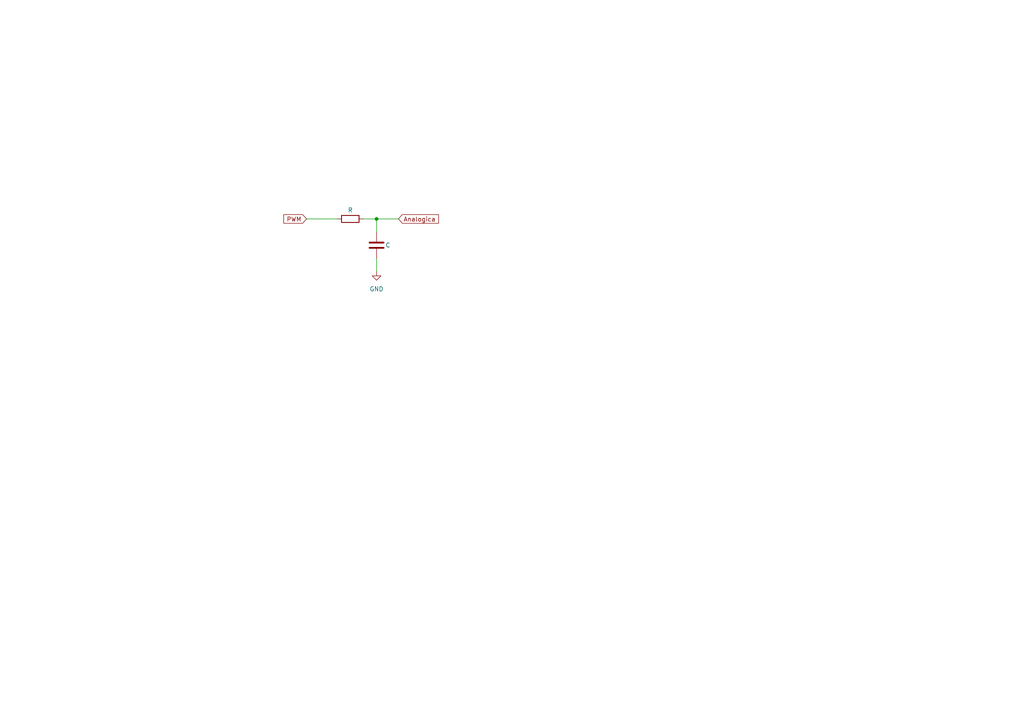
<source format=kicad_sch>
(kicad_sch (version 20211123) (generator eeschema)
  (paper "A4")
  (lib_symbols
    (symbol "Device:C" (pin_numbers hide) (pin_names (offset 0.254))
      (property "Reference" "C" (at 0.635 2.54 0))
      (property "Value" "C" (at 0.635 -2.54 0))
      (symbol "C_0_1"
        (polyline (pts (xy -2.032 -0.762) (xy 2.032 -0.762)) (stroke (width 0.508)))
        (polyline (pts (xy -2.032 0.762) (xy 2.032 0.762)) (stroke (width 0.508)))
      )
      (symbol "C_1_1"
        (pin passive line (at 0 3.81 270) (length 2.794) (name "~") (number "1"))
        (pin passive line (at 0 -3.81 90) (length 2.794) (name "~") (number "2"))
      )
    )
    (symbol "Device:R" (pin_numbers hide) (pin_names (offset 0))
      (property "Reference" "R" (at 2.032 0 90))
      (property "Value" "R" (at 0 0 90))
      (symbol "R_0_1"
        (rectangle (start -1.016 -2.54) (end 1.016 2.54) (stroke (width 0.254)))
      )
      (symbol "R_1_1"
        (pin passive line (at 0 3.81 270) (length 1.27) (name "~") (number "1"))
        (pin passive line (at 0 -3.81 90) (length 1.27) (name "~") (number "2"))
      )
    )
    (symbol "power:GND" (power) (pin_names (offset 0))
      (property "Value" "GND" (at 0 -3.81 0))
      (symbol "GND_0_1"
        (polyline (pts (xy 0 0) (xy 0 -1.27) (xy 1.27 -1.27) (xy 0 -2.54) (xy -1.27 -1.27) (xy 0 -1.27)))
      )
      (symbol "GND_1_1"
        (pin power_in line (at 0 0 270) (length 0) hide (name "GND") (number "1"))
      )
    )
  )
  (junction (at 109.22 63.5))
  (wire (pts (xy 88.9 63.5) (xy 97.79 63.5)))
  (wire (pts (xy 109.22 74.93) (xy 109.22 78.74)))
  (wire (pts (xy 109.22 63.5) (xy 109.22 67.31)))
  (wire (pts (xy 105.41 63.5) (xy 109.22 63.5)))
  (wire (pts (xy 109.22 63.5) (xy 115.57 63.5)))
  (global_label "Analogica" (shape input) (at 115.57 63.5 0) (property "Referencias entre hojas" "${INTERSHEET_REFS}" (effects hide)))
  (global_label "PWM" (shape input) (at 88.9 63.5 180) (property "Referencias entre hojas" "${INTERSHEET_REFS}" (effects hide)))
  (symbol (lib_id "Device:R") (at 101.6 63.5 90) (unit 1)
    (property "Reference" "R?" (effects hide))
    (property "Value" "R" (at 101.6 60.96 90))
  )
  (symbol (lib_id "power:GND") (at 109.22 78.74 0) (unit 1)
    (property "Reference" "#PWR?" (effects hide))
    (property "Value" "GND" (at 109.22 83.82 0))
  )
  (symbol (lib_id "Device:C") (at 109.22 71.12 0) (unit 1)
    (property "Reference" "C?" (effects hide))
    (property "Value" "C" (at 111.76 71.12 0) (effects (justify left)))
  )
)
</source>
